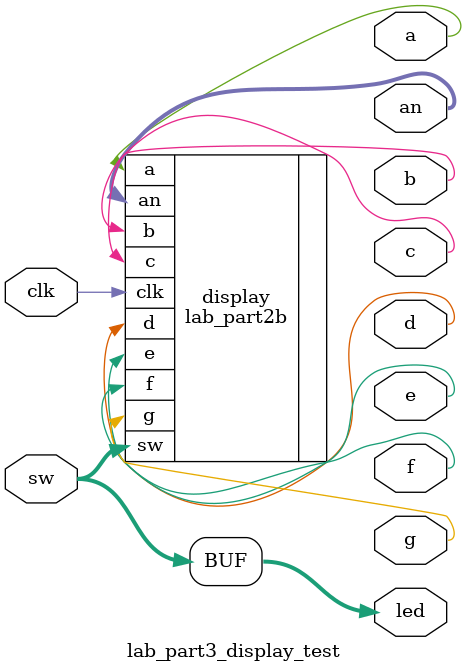
<source format=sv>
`timescale 1ns / 1ps


module lab_part3_display_test(
    input  logic        clk,
    input  logic [15:0] sw,
    output logic        a,b,c,d,e,f,g,
    output logic [3:0]  an,
    output logic [15:0] led
    );
    
    // Simply pass switches to display
    assign led = sw;  // Show switches on LEDs too
    
    lab_part2b display (
        .clk(clk),
        .sw(sw),
        .a(a), .b(b), .c(c), .d(d), .e(e), .f(f), .g(g),
        .an(an)
    );
    
endmodule


</source>
